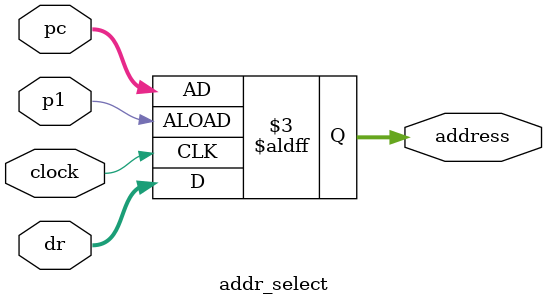
<source format=v>
module addr_select(
	input p1, clock,
	input [15:0] pc, dr,
	output reg [15:0] address);
	
	always @(negedge clock or posedge p1) begin//@(posedge p1 or posedge clock) begin
		if (p1 == 1'b1) begin
			 address <= pc;
		end else begin
			address <= dr;
		end
	end
	
endmodule

</source>
